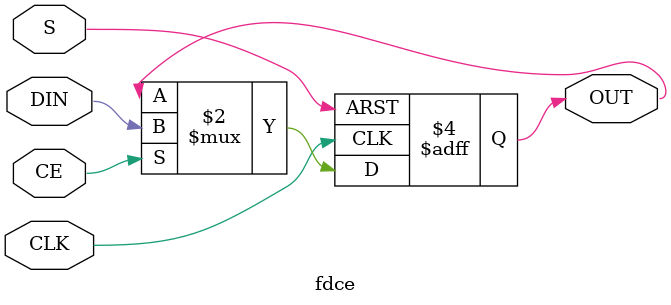
<source format=v>
module fdce (DIN, CE, CLK, S, OUT);
 input  wire DIN;
 input  wire CE;
 input  wire CLK;
 (* SDF_ALIAS = "SR" *)
 input  wire S;
 (* SDF_ALIAS = "Q" *)
 output reg  OUT;

 always @(posedge CLK or posedge S)
  if      (S)   OUT <= 1'd0;
  else if (CE)  OUT <= DIN;

endmodule

</source>
